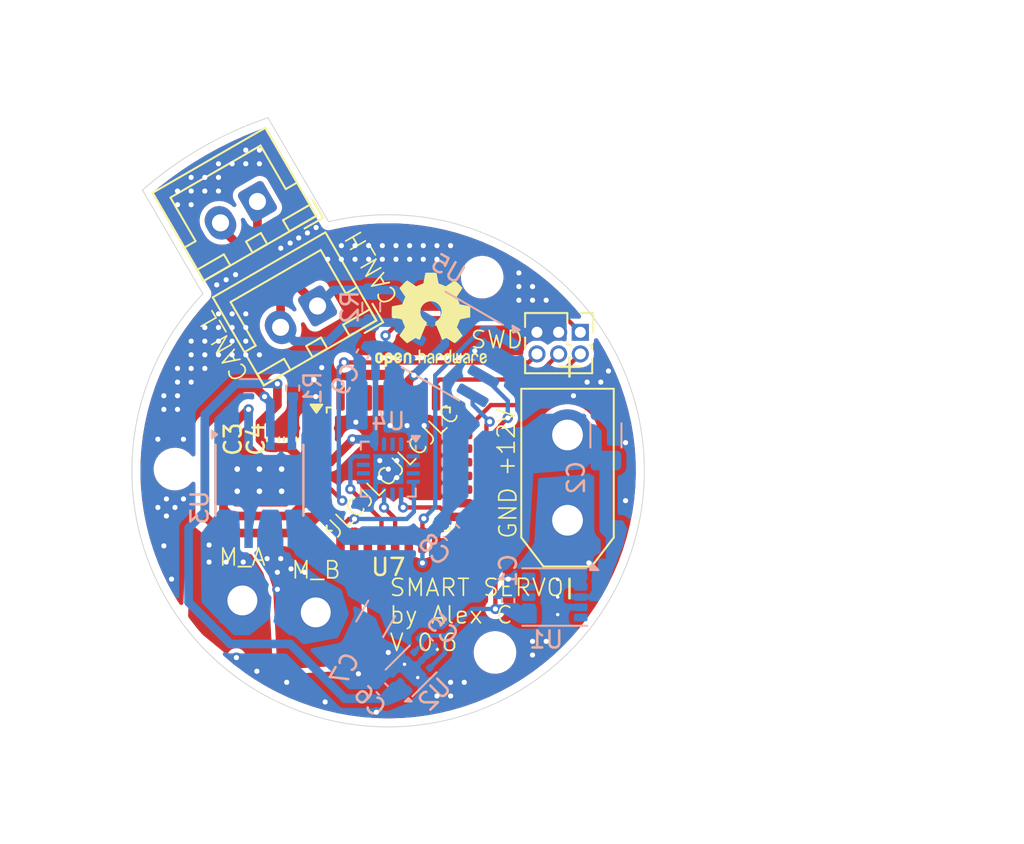
<source format=kicad_pcb>
(kicad_pcb (version 20240108) (generator "pcbnew") (generator_version "8.0")
  (layers (0 "F.Cu" signal "Front") (1 "In1.Cu" signal) (2 "In2.Cu" signal) (31 "B.Cu" signal "Back") (34 "B.Paste" user) (35 "F.Paste" user) (36 "B.SilkS" user "B.Silkscreen") (37 "F.SilkS" user "F.Silkscreen") (38 "B.Mask" user) (39 "F.Mask" user) (44 "Edge.Cuts" user))
  (net 0 "")
  (net 1 "GND")
  (net 2 "+3V3")
  (net 3 "+12V")
  (net 4 "RP_RX")
  (net 5 "RP_TX")
  (net 6 "Net-(J7-Pin_1)")
  (net 7 "Net-(J2-Pin_1)")
  (net 8 "Net-(U3-ILIM)")
  (net 9 "MOSI")
  (net 10 "+5V")
  (net 11 "CAN_H")
  (net 12 "CAN_L")
  (net 13 "CAN_SILENT")
  (net 20 "NRST")
  (net 21 "SWCLK")
  (net 22 "SWDIO")
  (net 24 "DRV_IN2")
  (net 28 "MISO")
  (net 29 "MAG_CS")
  (net 33 "SCK")
  (net 39 "DRV_IN1")
  (footprint "Capacitor_SMD:C_0402_1005Metric" (layer "F.Cu") (at 86.75 71 90)
    (property "Reference" "C3")
    (property "Value" "100nF")
  )
  (footprint "Package_QFP:LQFP-32_7x7mm_P0.8mm" (layer "F.Cu") (at 93.5 72.75)
    (property "Reference" "U7")
    (property "Value" "STM32G0B1KBTx")
  )
  (footprint "Connector_Wire:SolderWire-1sqmm_1x01_D1.4mm_OD2.7mm" (layer "F.Cu") (at 89.25 81.15)
    (property "Reference" "J2" (hide yes))
    (property "Value" "MOT_A")
  )
  (footprint "MountingHole:MountingHole_2.2mm_M2" (layer "F.Cu") (at 99.75 83.5)
    (property "Reference" "REF**" (hide yes))
    (property "Value" "MountingHole_2.2mm_M2")
  )
  (footprint "Capacitor_SMD:C_0402_1005Metric" (layer "F.Cu") (at 87.75 71 90)
    (property "Reference" "C4")
    (property "Value" "4.7uF")
  )
  (footprint "Symbol:OSHW-Logo2_7.3x6mm_SilkScreen" (layer "F.Cu") (at 96 64)
    (property "Reference" "REF**" (hide yes))
    (property "Value" "OSHW-Logo2_7.3x6mm_SilkScreen" (hide yes))
  )
  (footprint "Connector_JST:JST_XH_B2B-XH-A_1x02_P2.50mm_Vertical" (layer "F.Cu") (at 85.832923 57.063277 -150)
    (property "Reference" "J6" (hide yes))
    (property "Value" "Control_In")
  )
  (footprint "MountingHole:MountingHole_2.2mm_M2" (layer "F.Cu") (at 81 72.75)
    (property "Reference" "REF**" (hide yes))
    (property "Value" "MountingHole_2.2mm_M2")
  )
  (footprint "Connector_Wire:SolderWire-1sqmm_1x01_D1.4mm_OD2.7mm" (layer "F.Cu") (at 84.95 80.45)
    (property "Reference" "J7" (hide yes))
    (property "Value" "MOT_B")
  )
  (footprint "Connector_JST:JST_XH_B2B-XH-A_1x02_P2.50mm_Vertical" (layer "F.Cu") (at 89.354915 63.188669 -150)
    (property "Reference" "J1" (hide yes))
    (property "Value" "Control_In")
  )
  (footprint "Connector_AMASS:AMASS_XT30UPB-M_1x02_P5.0mm_Vertical" (layer "F.Cu") (at 104 75.75 90)
    (property "Reference" "J4" (hide yes))
    (property "Value" "Power_In")
  )
  (footprint "MountingHole:MountingHole_2.2mm_M2" (layer "F.Cu") (at 99 61.5)
    (property "Reference" "REF**" (hide yes))
    (property "Value" "MountingHole_2.2mm_M2")
  )
  (footprint "Connector_PinHeader_1.27mm:PinHeader_2x03_P1.27mm_Vertical" (layer "F.Cu") (at 104.75 64.729999 -90)
    (property "Reference" "J3" (hide yes))
    (property "Value" "Prog_IN")
  )
  (footprint "Capacitor_SMD:C_1206_3216Metric" (layer "B.Cu") (at 92.7625 81.527388 60)
    (property "Reference" "C7")
    (property "Value" "10uF")
  )
  (footprint "Capacitor_SMD:C_1206_3216Metric" (layer "B.Cu") (at 106.25 70.775 -90)
    (property "Reference" "C2")
    (property "Value" "10uF")
  )
  (footprint "Capacitor_SMD:C_0402_1005Metric" (layer "B.Cu") (at 93.136587 85.646258 135)
    (property "Reference" "C6")
    (property "Value" "2.2uF")
  )
  (footprint "Package_SO:Texas_HTSOP-8-1EP_3.9x4.9mm_P1.27mm_EP2.95x4.9mm_Mask2.4x3.1mm_ThermalVias" (layer "B.Cu") (at 85.949999 73.400001 -90)
    (property "Reference" "U3")
    (property "Value" "DRV8871DDA")
  )
  (footprint "Package_SON:WSON-6-1EP_2x2mm_P0.65mm_EP1x1.6mm_ThermalVias" (layer "B.Cu") (at 94.837177 84.582062 45)
    (property "Reference" "U2")
    (property "Value" "TLV76733DRVx")
  )
  (footprint "Capacitor_SMD:C_0402_1005Metric" (layer "B.Cu") (at 92 66 60)
    (property "Reference" "C9")
    (property "Value" "100nF")
  )
  (footprint "Capacitor_SMD:C_0402_1005Metric" (layer "B.Cu") (at 100.525 80.45 -90)
    (property "Reference" "C1")
    (property "Value" "100nF")
  )
  (footprint "Package_SO:SOIC-8_3.9x4.9mm_P1.27mm" (layer "B.Cu") (at 97.25 65.537426 150)
    (property "Reference" "U5")
    (property "Value" "TJA1051T-3")
  )
  (footprint "Package_DFN_QFN:QFN-16-1EP_3x3mm_P0.5mm_EP1.75x1.75mm" (layer "B.Cu") (at 93.5 72.75 180)
    (property "Reference" "U4")
    (property "Value" "MA730")
  )
  (footprint "Resistor_SMD:R_0402_1005Metric" (layer "B.Cu") (at 87.899998 68.000002 90)
    (property "Reference" "R1")
    (property "Value" "15k")
  )
  (footprint "Capacitor_SMD:C_0603_1608Metric" (layer "B.Cu") (at 97.201992 76.451992 -45)
    (property "Reference" "C8")
    (property "Value" "100nF")
  )
  (footprint "Resistor_SMD:R_0603_1608Metric_Pad0.98x0.95mm_HandSolder" (layer "B.Cu") (at 92.5 63.25 -90)
    (property "Reference" "R2")
    (property "Value" "120")
  )
  (footprint "Package_LGA:Texas_SIL0010A_MicroSiP-10-1EP_3.8x3mm_P0.6mm_EP0.7x2.9mm_ThermalVias" (layer "B.Cu") (at 103.25 80.25 180)
    (property "Reference" "U1")
    (property "Value" "LMZM23601V5")
  )
  (footprint "Capacitor_SMD:C_0402_1005Metric" (layer "B.Cu") (at 95.788237 82.994609 -45)
    (property "Reference" "C5")
    (property "Value" "1uF")
  )
  (gr_line (start 82.637074 62.478825) (end 79.1 56.4) (stroke (width 0.05)) (layer "Edge.Cuts"))
  (gr_arc (start 79.094221 56.393393) (mid 82.564125 53.91116) (end 86.45 52.150001) (stroke (width 0.05)) (layer "Edge.Cuts"))
  (gr_line (start 90 58.25) (end 86.45 52.15) (stroke (width 0.05)) (layer "Edge.Cuts"))
  (gr_arc (start 90 58.25) (mid 100.96659 85.868552) (end 82.637074 62.478825) (stroke (width 0.05)) (layer "Edge.Cuts"))
  (gr_text "JLCJLCJLCJLC" (at 90.48 76.96 45) (layer "F.SilkS") (effects (font (size 1 1) (thickness 0.1)) (justify left bottom)))
  (gr_text "M_A" (at 83.5 78.5 0) (layer "F.SilkS") (effects (font (size 1 1) (thickness 0.1)) (justify left bottom)))
  (gr_text "SMART SERVO\nby Alex C\nV 0.6" (at 93.5 83.5 0) (layer "F.SilkS") (effects (font (size 1 1) (thickness 0.1)) (justify left bottom)))
  (gr_text "GND" (at 101.098426 76.912485 90) (layer "F.SilkS") (effects (font (size 1 1) (thickness 0.1)) (justify left bottom)))
  (gr_text "CAN_H" (at 94.25 62.75 120) (layer "F.SilkS") (effects (font (size 1 1) (thickness 0.1)) (justify left bottom)))
  (gr_text "CAN_L" (at 85.5 67.25 120) (layer "F.SilkS") (effects (font (size 1 1) (thickness 0.1)) (justify left bottom)))
  (gr_text "M_B" (at 87.75 79.25 0) (layer "F.SilkS") (effects (font (size 1 1) (thickness 0.1)) (justify left bottom)))
  (gr_text "SWD" (at 98.25 65.75 0) (layer "F.SilkS") (effects (font (size 1 1) (thickness 0.1)) (justify left bottom)))
  (gr_text "+12V" (at 101 73.25 90) (layer "F.SilkS") (effects (font (size 1 1) (thickness 0.1)) (justify left bottom)))
  (segment (start 89 68.5) (end 87.75 69.75) (width 0.508) (layer "F.Cu") (net 1))
  (segment (start 87.75 69.75) (end 87.75 70.52) (width 0.508) (layer "F.Cu") (net 1))
  (segment (start 87.75 70.52) (end 86.75 70.52) (width 0.508) (layer "F.Cu") (net 1))
  (segment (start 89.325 73.15) (end 92.1 73.15) (width 0.508) (layer "F.Cu") (net 1))
  (segment (start 92.1 73.15) (end 93 72.25) (width 0.508) (layer "F.Cu") (net 1))
  (segment (start 89.325 73.15) (end 87.65 73.15) (width 0.508) (layer "F.Cu") (net 1))
  (segment (start 89.25 68.5) (end 89 68.5) (width 0.508) (layer "F.Cu") (net 1))
  (segment (start 87.65 73.15) (end 87.25 72.75) (width 0.508) (layer "F.Cu") (net 1))
  (via (at 84.35 65.25) (size 0.6) (drill 0.3) (layers "F.Cu" "B.Cu") (net 1))
  (via (at 95.55 60.45) (size 0.6) (drill 0.3) (layers "F.Cu" "B.Cu") (net 1))
  (via (at 93.15 59.65) (size 0.6) (drill 0.3) (layers "F.Cu" "B.Cu") (net 1))
  (via (at 81.95 67.65) (size 0.6) (drill 0.3) (layers "F.Cu" "B.Cu") (net 1))
  (via (at 81 75) (size 0.6) (drill 0.3) (layers "F.Cu" "B.Cu") (net 1))
  (via (at 93.5 72.75) (size 0.6) (drill 0.3) (layers "F.Cu" "B.Cu") (net 1))
  (via (at 88.762228 58.905631) (size 0.6) (drill 0.3) (layers "F.Cu" "B.Cu") (net 1))
  (via (at 81.5 71) (size 0.6) (drill 0.3) (layers "F.Cu" "B.Cu") (net 1))
  (via (at 80.5 74.5) (size 0.6) (drill 0.3) (layers "F.Cu" "B.Cu") (net 1))
  (via (at 95.6 70.2) (size 0.6) (drill 0.3) (layers "F.Cu" "B.Cu") (net 1))
  (via (at 96.35 86.05) (size 0.6) (drill 0.3) (layers "F.Cu" "B.Cu") (net 1))
  (via (at 83.55 55.65) (size 0.6) (drill 0.3) (layers "F.Cu" "B.Cu") (net 1))
  (via (at 82.75 65.25) (size 0.6) (drill 0.3) (layers "F.Cu" "B.Cu") (net 1))
  (via (at 91.75 84.75) (size 0.6) (drill 0.3) (layers "F.Cu" "B.Cu") (net 1))
  (via (at 89.8 86.4) (size 0.6) (drill 0.3) (layers "F.Cu" "B.Cu") (net 1))
  (via (at 81.95 57.25) (size 0.6) (drill 0.3) (layers "F.Cu" "B.Cu") (net 1))
  (via (at 89.95 60.45) (size 0.6) (drill 0.3) (layers "F.Cu" "B.Cu") (net 1))
  (via (at 101.95 83.65) (size 0.6) (drill 0.3) (layers "F.Cu" "B.Cu") (net 1))
  (via (at 85.8 84.6) (size 0.6) (drill 0.3) (layers "F.Cu" "B.Cu") (net 1))
  (via (at 89.25 68.5) (size 0.6) (drill 0.3) (layers "F.Cu" "B.Cu") (net 1))
  (via (at 90.75 60.45) (size 0.6) (drill 0.3) (layers "F.Cu" "B.Cu") (net 1))
  (via (at 97.15 59.65) (size 0.6) (drill 0.3) (layers "F.Cu" "B.Cu") (net 1))
  (via (at 92.8 87) (size 0.6) (drill 0.3) (layers "F.Cu" "B.Cu") (net 1))
  (via (at 106.4 67) (size 0.6) (drill 0.3) (layers "F.Cu" "B.Cu") (net 1))
  (via (at 80 75) (size 0.6) (drill 0.3) (layers "F.Cu" "B.Cu") (net 1))
  (via (at 83.55 56.45) (size 0.6) (drill 0.3) (layers "F.Cu" "B.Cu") (net 1))
  (via (at 81.15 67.65) (size 0.6) (drill 0.3) (layers "F.Cu" "B.Cu") (net 1))
  (via (at 93 72.25) (size 0.6) (drill 0.3) (layers "F.Cu" "B.Cu") (net 1))
  (via (at 98.568356 65.818356) (size 0.6) (drill 0.3) (layers "F.Cu" "B.Cu") (net 1))
  (via (at 101.15 61.25) (size 0.6) (drill 0.3) (layers "F.Cu" "B.Cu") (net 1))
  (via (at 81.15 68.45) (size 0.6) (drill 0.3) (layers "F.Cu" "B.Cu") (net 1))
  (via (at 93 73.25) (size 0.6) (drill 0.3) (layers "F.Cu" "B.Cu") (net 1))
  (via (at 101.15 62.05) (size 0.6) (drill 0.3) (layers "F.Cu" "B.Cu") (net 1))
  (via (at 81.95 55.65) (size 0.6) (drill 0.3) (layers "F.Cu" "B.Cu") (net 1))
  (via (at 93.5 83.5) (size 0.6) (drill 0.3) (layers "F.Cu" "B.Cu") (net 1))
  (via (at 81.95 56.45) (size 0.6) (drill 0.3) (layers "F.Cu" "B.Cu") (net 1))
  (via (at 93.6 70.2) (size 0.6) (drill 0.3) (layers "F.Cu" "B.Cu") (net 1))
  (via (at 81.15 66.85) (size 0.6) (drill 0.3) (layers "F.Cu" "B.Cu") (net 1))
  (via (at 87.55 85.25) (size 0.6) (drill 0.3) (layers "F.Cu" "B.Cu") (net 1))
  (via (at 82.75 66.05) (size 0.6) (drill 0.3) (layers "F.Cu" "B.Cu") (net 1))
  (via (at 94.75 59.65) (size 0.6) (drill 0.3) (layers "F.Cu" "B.Cu") (net 1))
  (via (at 89.270617 58.587185) (size 0.6) (drill 0.3) (layers "F.Cu" "B.Cu") (net 1))
  (via (at 89.149998 67.500002) (size 0.6) (drill 0.3) (layers "F.Cu" "B.Cu") (net 1))
  (via (at 83.55 54.85) (size 0.6) (drill 0.3) (layers "F.Cu" "B.Cu") (net 1))
  (via (at 80.8 79.2) (size 0.6) (drill 0.3) (layers "F.Cu" "B.Cu") (net 1))
  (via (at 105.25 78.25) (size 0.6) (drill 0.3) (layers "F.Cu" "B.Cu") (net 1))
  (via (at 82.75 66.85) (size 0.6) (drill 0.3) (layers "F.Cu" "B.Cu") (net 1))
  (via (at 85.15 63.65) (size 0.6) (drill 0.3) (layers "F.Cu" "B.Cu") (net 1))
  (via (at 81.5 74.5) (size 0.6) (drill 0.3) (layers "F.Cu" "B.Cu") (net 1))
  (via (at 84.6 83.8) (size 0.6) (drill 0.3) (layers "F.Cu" "B.Cu") (net 1))
  (via (at 101.15 62.85) (size 0.6) (drill 0.3) (layers "F.Cu" "B.Cu") (net 1))
  (via (at 82.75 55.65) (size 0.6) (drill 0.3) (layers "F.Cu" "B.Cu") (net 1))
  (via (at 107.4 71.2) (size 0.6) (drill 0.3) (layers "F.Cu" "B.Cu") (net 1))
  (via (at 84.35 63.65) (size 0.6) (drill 0.3) (layers "F.Cu" "B.Cu") (net 1))
  (via (at 102.75 62.85) (size 0.6) (drill 0.3) (layers "F.Cu" "B.Cu") (net 1))
  (via (at 93.95 59.65) (size 0.6) (drill 0.3) (layers "F.Cu" "B.Cu") (net 1))
  (via (at 101.95 82.85) (size 0.6) (drill 0.3) (layers "F.Cu" "B.Cu") (net 1))
  (via (at 80.35 77.25) (size 0.6) (drill 0.3) (layers "F.Cu" "B.Cu") (net 1))
  (via (at 92.35 60.45) (size 0.6) (drill 0.3) (layers "F.Cu" "B.Cu") (net 1))
  (via (at 83.55 65.25) (size 0.6) (drill 0.3) (layers "F.Cu" "B.Cu") (net 1))
  (via (at 95.5 78.25) (size 0.6) (drill 0.3) (layers "F.Cu" "B.Cu") (net 1))
  (via (at 97.15 86.05) (size 0.6) (drill 0.3) (layers "F.Cu" "B.Cu") (net 1))
  (via (at 80 71) (size 0.6) (drill 0.3) (layers "F.Cu" "B.Cu") (net 1))
  (via (at 84 61.65) (size 0.6) (drill 0.3) (layers "F.Cu" "B.Cu") (net 1))
  (via (at 85.15 65.25) (size 0.6) (drill 0.3) (layers "F.Cu" "B.Cu") (net 1))
  (via (at 88.25 59.2) (size 0.6) (drill 0.3) (layers "F.Cu" "B.Cu") (net 1))
  (via (at 101.95 62.05) (size 0.6) (drill 0.3) (layers "F.Cu" "B.Cu") (net 1))
  (via (at 94.75 60.45) (size 0.6) (drill 0.3) (layers "F.Cu" "B.Cu") (net 1))
  (via (at 81.95 65.25) (size 0.6) (drill 0.3) (layers "F.Cu" "B.Cu") (net 1))
  (via (at 83.45 61.95) (size 0.6) (drill 0.3) (layers "F.Cu" "B.Cu") (net 1))
  (via (at 80.35 69.25) (size 0.6) (drill 0.3) (layers "F.Cu" "B.Cu") (net 1))
  (via (at 85.15 54.85) (size 0.6) (drill 0.3) (layers "F.Cu" "B.Cu") (net 1))
  (via (at 85.95 54.85) (size 0.6) (drill 0.3) (layers "F.Cu" "B.Cu") (net 1))
  (via (at 92.35 59.65) (size 0.6) (drill 0.3) (layers "F.Cu" "B.Cu") (net 1))
  (via (at 107.4 74.6) (size 0.6) (drill 0.3) (layers "F.Cu" "B.Cu") (net 1))
  (via (at 80.5 75.5) (size 0.6) (drill 0.3) (layers "F.Cu" "B.Cu") (net 1))
  (via (at 91.6 70) (size 0.6) (drill 0.3) (layers "F.Cu" "B.Cu") (net 1))
  (via (at 83.55 63.65) (size 0.6) (drill 0.3) (layers "F.Cu" "B.Cu") (net 1))
  (via (at 84.35 64.45) (size 0.6) (drill 0.3) (layers "F.Cu" "B.Cu") (net 1))
  (via (at 96.35 59.65) (size 0.6) (drill 0.3) (layers "F.Cu" "B.Cu") (net 1))
  (via (at 83.55 64.45) (size 0.6) (drill 0.3) (layers "F.Cu" "B.Cu") (net 1))
  (via (at 85.95 54.05) (size 0.6) (drill 0.3) (layers "F.Cu" "B.Cu") (net 1))
  (via (at 91.55 60.45) (size 0.6) (drill 0.3) (layers "F.Cu" "B.Cu") (net 1))
  (via (at 93.95 60.45) (size 0.6) (drill 0.3) (layers "F.Cu" "B.Cu") (net 1))
  (via (at 96.35 60.45) (size 0.6) (drill 0.3) (layers "F.Cu" "B.Cu") (net 1))
  (via (at 80.35 68.45) (size 0.6) (drill 0.3) (layers "F.Cu" "B.Cu") (net 1))
  (via (at 84.35 54.85) (size 0.6) (drill 0.3) (layers "F.Cu" "B.Cu") (net 1))
  (via (at 105.95 67.65) (size 0.6) (drill 0.3) (layers "F.Cu" "B.Cu") (net 1))
  (via (at 85.95 66.05) (size 0.6) (drill 0.3) (layers "F.Cu" "B.Cu") (net 1))
  (via (at 94 72.25) (size 0.6) (drill 0.3) (layers "F.Cu" "B.Cu") (net 1))
  (via (at 81.15 56.45) (size 0.6) (drill 0.3) (layers "F.Cu" "B.Cu") (net 1))
  (via (at 97.95 85.25) (size 0.6) (drill 0.3) (layers "F.Cu" "B.Cu") (net 1))
  (via (at 87.2 59.8) (size 0.6) (drill 0.3) (layers "F.Cu" "B.Cu") (net 1))
  (via (at 93.15 60.45) (size 0.6) (drill 0.3) (layers "F.Cu" "B.Cu") (net 1))
  (via (at 85.15 54.05) (size 0.6) (drill 0.3) (layers "F.Cu" "B.Cu") (net 1))
  (via (at 81.95 66.85) (size 0.6) (drill 0.3) (layers "F.Cu" "B.Cu") (net 1))
  (via (at 81.15 69.25) (size 0.6) (drill 0.3) (layers "F.Cu" "B.Cu") (net 1))
  (via (at 95.55 59.65) (size 0.6) (drill 0.3) (layers "F.Cu" "B.Cu") (net 1))
  (via (at 94.6 70.2) (size 0.6) (drill 0.3) (layers "F.Cu" "B.Cu") (net 1))
  (via (at 84.55 61.35) (size 0.6) (drill 0.3) (layers "F.Cu" "B.Cu") (net 1))
  (via (at 81.95 66.05) (size 0.6) (drill 0.3) (layers "F.Cu" "B.Cu") (net 1))
  (via (at 81.15 57.25) (size 0.6) (drill 0.3) (layers "F.Cu" "B.Cu") (net 1))
  (via (at 85.15 66.05) (size 0.6) (drill 0.3) (layers "F.Cu" "B.Cu") (net 1))
  (via (at 104.35 68.45) (size 0.6) (drill 0.3) (layers "F.Cu" "B.Cu") (net 1))
  (via (at 82.75 56.45) (size 0.6) (drill 0.3) (layers "F.Cu" "B.Cu") (net 1))
  (via (at 91.55 59.65) (size 0.6) (drill 0.3) (layers "F.Cu" "B.Cu") (net 1))
  (via (at 101.95 62.85) (size 0.6) (drill 0.3) (layers "F.Cu" "B.Cu") (net 1))
  (via (at 87.75 59.5) (size 0.6) (drill 0.3) (layers "F.Cu" "B.Cu") (net 1))
  (via (at 83.55 66.05) (size 0.6) (drill 0.3) (layers "F.Cu" "B.Cu") (net 1))
  (via (at 94 73.25) (size 0.6) (drill 0.3) (layers "F.Cu" "B.Cu") (net 1))
  (via (at 100.525 79.2) (size 0.6) (drill 0.3) (layers "F.Cu" "B.Cu") (net 1))
  (via (at 89.6 66.8) (size 0.6) (drill 0.3) (layers "F.Cu" "B.Cu") (net 1))
  (via (at 105.15 67.65) (size 0.6) (drill 0.3) (layers "F.Cu" "B.Cu") (net 1))
  (via (at 102.75 82.85) (size 0.6) (drill 0.3) (layers "F.Cu" "B.Cu") (net 1))
  (via (at 82.75 64.45) (size 0.6) (drill 0.3) (layers "F.Cu" "B.Cu") (net 1))
  (via (at 85.15 64.45) (size 0.6) (drill 0.3) (layers "F.Cu" "B.Cu") (net 1))
  (via (at 90.75 59.65) (size 0.6) (drill 0.3) (layers "F.Cu" "B.Cu") (net 1))
  (via (at 97.15 85.25) (size 0.6) (drill 0.3) (layers "F.Cu" "B.Cu") (net 1))
  (via (at 84.35 66.05) (size 0.6) (drill 0.3) (layers "F.Cu" "B.Cu") (net 1))
  (segment (start 87.9 67.490003) (end 89.139999 67.490003) (width 0.508) (layer "B.Cu") (net 1))
  (segment (start 96.137327 76.362671) (end 95.5 76.999998) (width 0.5) (layer "B.Cu") (net 1))
  (segment (start 103.425001 81.28) (end 103.854999 80.850002) (width 0.5) (layer "B.Cu") (net 1))
  (segment (start 89.240001 67.990001) (end 89.25 68) (width 0.508) (layer "B.Cu") (net 1))
  (segment (start 95.5 76.999998) (end 95.250002 76.75) (width 0.254) (layer "B.Cu") (net 1))
  (segment (start 96.653984 75.903984) (end 96.201992 76.355976) (width 0.762) (layer "B.Cu") (net 1))
  (segment (start 105.25 77.1) (end 105.25 76.75) (width 0.254) (layer "B.Cu") (net 1))
  (segment (start 92.752 73.498) (end 93 73.25) (width 0.254) (layer "B.Cu") (net 1))
  (segment (start 85.314999 76.275001) (end 85.314999 74.685001) (width 0.254) (layer "B.Cu") (net 1))
  (segment (start 92.752 74.2105) (end 92.752 73.498) (width 0.254) (layer "B.Cu") (net 1))
  (segment (start 105.250001 77.100001) (end 105.25 77.1) (width 0.254) (layer "B.Cu") (net 1))
  (segment (start 103.854999 80.850002) (end 104.775 80.850002) (width 0.4) (layer "B.Cu") (net 1))
  (segment (start 103.595 79.05) (end 103.425001 79.219999) (width 0.2) (layer "B.Cu") (net 1))
  (segment (start 96.653984 75.903984) (end 96.999998 75.55797) (width 0.254) (layer "B.Cu") (net 1))
  (segment (start 95.5 76.999998) (end 95.5 78.25) (width 0.254) (layer "B.Cu") (net 1))
  (segment (start 104.775 79.05) (end 104.775 78.725) (width 0.2) (layer "B.Cu") (net 1))
  (segment (start 85.314999 74.685001) (end 85.949999 74.050001) (width 0.254) (layer "B.Cu") (net 1))
  (segment (start 92.75 74.2125) (end 92.752 74.2105) (width 0.254) (layer "B.Cu") (net 1))
  (segment (start 105.25 76.75) (end 105 76.5) (width 0.254) (layer "B.Cu") (net 1))
  (segment (start 95.250002 76.75) (end 94.5 76.75) (width 0.254) (layer "B.Cu") (net 1))
  (segment (start 98.975 66.225) (end 98.568356 65.818356) (width 0.508) (layer "B.Cu") (net 1))
  (segment (start 99.710913 66.225) (end 98.975 66.225) (width 0.508) (layer "B.Cu") (net 1))
  (segment (start 100.525 79.97) (end 100.525 79.2) (width 0.508) (layer "B.Cu") (net 1))
  (segment (start 96.201992 76.355976) (end 96.201992 76.451992) (width 0.762) (layer "B.Cu") (net 1))
  (segment (start 104.775 78.725) (end 105.25 78.25) (width 0.2) (layer "B.Cu") (net 1))
  (segment (start 86.440001 71.48) (end 85.986 71.025999) (width 0.508) (layer "F.Cu") (net 2))
  (segment (start 103.922997 63.902996) (end 94.351506 63.902996) (width 0.254) (layer "F.Cu") (net 2))
  (segment (start 87.75 71.48) (end 87.75 71.547294) (width 0.508) (layer "F.Cu") (net 2))
  (segment (start 104.75 64.729999) (end 103.922997 63.902996) (width 0.254) (layer "F.Cu") (net 2))
  (segment (start 86.75 71.48) (end 86.440001 71.48) (width 0.508) (layer "F.Cu") (net 2))
  (segment (start 87.004 67.754) (end 87 67.75) (width 0.508) (layer "F.Cu") (net 2))
  (segment (start 91.4 71.047294) (end 90.097294 72.35) (width 0.508) (layer "F.Cu") (net 2))
  (segment (start 87.004 68.996) (end 87.004 67.754) (width 0.508) (layer "F.Cu") (net 2))
  (segment (start 85.986 70.014) (end 87.004 68.996) (width 0.508) (layer "F.Cu") (net 2))
  (segment (start 90.097294 72.35) (end 89.325 72.35) (width 0.508) (layer "F.Cu") (net 2))
  (segment (start 87.75 71.547294) (end 88.552706 72.35) (width 0.508) (layer "F.Cu") (net 2))
  (segment (start 85.986 71.025999) (end 85.986 70.014) (width 0.508) (layer "F.Cu") (net 2))
  (segment (start 86.75 71.48) (end 87.75 71.48) (width 0.508) (layer "F.Cu") (net 2))
  (segment (start 94.351506 63.902996) (end 93.338002 64.9165) (width 0.254) (layer "F.Cu") (net 2))
  (segment (start 91.4 71) (end 91.4 71.047294) (width 0.508) (layer "F.Cu") (net 2))
  (segment (start 88.552706 72.35) (end 89.325 72.35) (width 0.508) (layer "F.Cu") (net 2))
  (via (at 87 67.75) (size 0.6) (drill 0.3) (layers "F.Cu" "B.Cu") (net 2))
  (via (at 91.4 71) (size 0.6) (drill 0.3) (layers "F.Cu" "B.Cu") (net 2))
  (via (at 93.338002 64.9165) (size 0.6) (drill 0.3) (layers "F.Cu" "B.Cu") (net 2))
  (segment (start 92.671 70.879) (end 92.671 70.8) (width 0.508) (layer "B.Cu") (net 2))
  (segment (start 86.996 67.746) (end 84.566 67.746) (width 0.508) (layer "B.Cu") (net 2))
  (segment (start 84.566 67.746) (end 82.75 69.562) (width 0.508) (layer "B.Cu") (net 2))
  (segment (start 92.48799 65.336318) (end 92.805971 65.336318) (width 0.254) (layer "B.Cu") (net 2))
  (segment (start 81.8 76.2) (end 81.8 80.552534) (width 0.508) (layer "B.Cu") (net 2))
  (segment (start 92.24 65.584308) (end 92.75 66.094308) (width 0.5) (layer "B.Cu") (net 2))
  (segment (start 84.247466 83) (end 87.75 83) (width 0.508) (layer "B.Cu") (net 2))
  (segment (start 81.8 80.552534) (end 84.247466 83) (width 0.508) (layer "B.Cu") (net 2))
  (segment (start 92.24 65.584308) (end 92.48799 65.336318) (width 0.254) (layer "B.Cu") (net 2))
  (segment (start 92.55 71) (end 92.55 71.0875) (width 0.508) (layer "B.Cu") (net 2))
  (segment (start 92.75 66.094308) (end 92.75 67.353791) (width 0.5) (layer "B.Cu") (net 2))
  (segment (start 87 67.75) (end 86.996 67.746) (width 0.508) (layer "B.Cu") (net 2))
  (segment (start 93.256795 86.204872) (end 93.475998 85.985669) (width 0.508) (layer "B.Cu") (net 2))
  (segment (start 91.4 71) (end 92.55 71) (width 0.508) (layer "B.Cu") (net 2))
  (segment (start 87.75 83) (end 90.954872 86.204872) (width 0.508) (layer "B.Cu") (net 2))
  (segment (start 92.55 71) (end 92.671 70.879) (width 0.508) (layer "B.Cu") (net 2))
  (segment (start 92.75 67.353791) (end 92.75 71.2875) (width 0.325) (layer "B.Cu") (net 2))
  (segment (start 90.954872 86.204872) (end 93.256795 86.204872) (width 0.508) (layer "B.Cu") (net 2))
  (segment (start 92.55 71.0875) (end 92.671 71.2085) (width 0.508) (layer "B.Cu") (net 2))
  (segment (start 93.338002 64.9165) (end 93.338002 65.327656) (width 0.254) (layer "B.Cu") (net 2))
  (segment (start 92.671 71.2085) (end 92.671 71.2875) (width 0.508) (layer "B.Cu") (net 2))
  (segment (start 82.75 75.25) (end 81.8 76.2) (width 0.508) (layer "B.Cu") (net 2))
  (segment (start 82.75 69.562) (end 82.75 75.25) (width 0.508) (layer "B.Cu") (net 2))
  (segment (start 93.338002 65.327656) (end 93.25 65.415658) (width 0.254) (layer "B.Cu") (net 2))
  (arc (start 92.805971 65.336318) (mid 93.53535 65.521504) (end 94.154087 65.949704) (width 0.254) (layer "B.Cu") (net 2))
  (segment (start 106.25 72.5) (end 106.25 76.25) (width 0.762) (layer "B.Cu") (net 3))
  (segment (start 103.848427 71.562486) (end 105.312486 71.562486) (width 0.762) (layer "B.Cu") (net 3))
  (segment (start 106.25 76.25) (end 106.5 76.5) (width 0.762) (layer "B.Cu") (net 3))
  (segment (start 105.312486 71.562486) (end 106.25 72.5) (width 0.762) (layer "B.Cu") (net 3))
  (segment (start 95.58 75.65) (end 95.5 75.73) (width 0.254) (layer "F.Cu") (net 4))
  (segment (start 95.5 75.73) (end 95.5 76.925) (width 0.254) (layer "F.Cu") (net 4))
  (via (at 95.58 75.65) (size 0.6) (drill 0.3) (layers "F.Cu" "B.Cu") (net 4))
  (segment (start 99.720765 64.5) (end 100.345913 65.125148) (width 0.254) (layer "B.Cu") (net 4))
  (segment (start 99 64.5) (end 99.720765 64.5) (width 0.254) (layer "B.Cu") (net 4))
  (segment (start 96.25 74.965657) (end 96.25 67.25) (width 0.254) (layer "B.Cu") (net 4))
  (segment (start 95.58 75.635657) (end 96.25 74.965657) (width 0.254) (layer "B.Cu") (net 4))
  (segment (start 95.58 75.65) (end 95.58 75.635657) (width 0.254) (layer "B.Cu") (net 4))
  (segment (start 96.25 67.25) (end 99 64.5) (width 0.254) (layer "B.Cu") (net 4))
  (segment (start 99.439193 69.969597) (end 99.25 70.15879) (width 0.254) (layer "F.Cu") (net 5))
  (segment (start 97.692688 76.925) (end 96.3 76.925) (width 0.254) (layer "F.Cu") (net 5))
  (segment (start 99.25 70.15879) (end 99.25 75.367688) (width 0.254) (layer "F.Cu") (net 5))
  (segment (start 99.25 75.367688) (end 97.692688 76.925) (width 0.254) (layer "F.Cu") (net 5))
  (via (at 99.439193 69.969597) (size 0.6) (drill 0.3) (layers "F.Cu" "B.Cu") (net 5))
  (segment (start 98.44091 68.971314) (end 98.44091 68.424705) (width 0.254) (layer "B.Cu") (net 5))
  (segment (start 99.439193 69.969597) (end 98.44091 68.971314) (width 0.254) (layer "B.Cu") (net 5))
  (via (at 83 78.2) (size 0.6) (drill 0.3) (layers "F.Cu" "B.Cu") (net 6))
  (via (at 85 78.2) (size 0.6) (drill 0.3) (layers "F.Cu" "B.Cu") (net 6))
  (via (at 84 78.2) (size 0.6) (drill 0.3) (layers "F.Cu" "B.Cu") (net 6))
  (via (at 83 77.2) (size 0.6) (drill 0.3) (layers "F.Cu" "B.Cu") (net 6))
  (via (at 86.4 78) (size 0.6) (drill 0.3) (layers "F.Cu" "B.Cu") (net 7))
  (via (at 88.6 78.8) (size 0.6) (drill 0.3) (layers "F.Cu" "B.Cu") (net 7))
  (via (at 87.8 78.6) (size 0.6) (drill 0.3) (layers "F.Cu" "B.Cu") (net 7))
  (via (at 87 78.8) (size 0.6) (drill 0.3) (layers "F.Cu" "B.Cu") (net 7))
  (via (at 87.2 78) (size 0.6) (drill 0.3) (layers "F.Cu" "B.Cu") (net 7))
  (via (at 87 79.8) (size 0.6) (drill 0.3) (layers "F.Cu" "B.Cu") (net 7))
  (segment (start 89.2 80.5) (end 89.2 81.15) (width 1.25) (layer "B.Cu") (net 7))
  (segment (start 87.899996 68.510001) (end 87.899996 70.480005) (width 0.508) (layer "B.Cu") (net 8))
  (segment (start 87.899996 70.480005) (end 87.854999 70.525002) (width 0.508) (layer "B.Cu") (net 8))
  (segment (start 90.7 76.175001) (end 91.200001 75.675) (width 0.254) (layer "F.Cu") (net 9))
  (segment (start 90.7 76.925) (end 90.7 76.175001) (width 0.254) (layer "F.Cu") (net 9))
  (segment (start 91.200001 75.675) (end 91.518759 75.675) (width 0.254) (layer "F.Cu") (net 9))
  (via (at 91.518759 75.675) (size 0.6) (drill 0.3) (layers "F.Cu" "B.Cu") (net 9))
  (segment (start 94.575 75.675) (end 95 75.25) (width 0.254) (layer "B.Cu") (net 9))
  (segment (start 91.518759 75.675) (end 94.575 75.675) (width 0.254) (layer "B.Cu") (net 9))
  (segment (start 95 75.25) (end 95 73.5375) (width 0.254) (layer "B.Cu") (net 9))
  (segment (start 95 73.5375) (end 94.9625 73.5) (width 0.254) (layer "B.Cu") (net 9))
  (segment (start 100.5 69.75) (end 100.066193 70.183807) (width 0.254) (layer "F.Cu") (net 10))
  (segment (start 100.066193 70.229309) (end 99.775 70.520502) (width 0.254) (layer "F.Cu") (net 10))
  (segment (start 99.775 70.520502) (end 99.775 80.95) (width 0.254) (layer "F.Cu") (net 10))
  (segment (start 100.066193 70.183807) (end 100.066193 70.229309) (width 0.254) (layer "F.Cu") (net 10))
  (via (at 99.775 80.95) (size 0.6) (drill 0.3) (layers "F.Cu" "B.Cu") (net 10))
  (via (at 100.5 69.75) (size 0.6) (drill 0.3) (layers "F.Cu" "B.Cu") (net 10))
  (segment (start 95.668029 82.435995) (end 95.448826 82.655198) (width 0.254) (layer "B.Cu") (net 10))
  (segment (start 96.816595 82.566595) (end 98.43319 80.95) (width 0.254) (layer "B.Cu") (net 10))
  (segment (start 95.448826 83.051174) (end 95.005115 83.494885) (width 0.254) (layer "B.Cu") (net 10))
  (segment (start 95.448826 82.655198) (end 95.448826 83.051174) (width 0.254) (layer "B.Cu") (net 10))
  (segment (start 98.43319 80.95) (end 99.775 80.95) (width 0.254) (layer "B.Cu") (net 10))
  (segment (start 100.525 80.93) (end 100.005 80.93) (width 0.5) (layer "B.Cu") (net 10))
  (segment (start 95.732034 82.5) (end 96.75 82.5) (width 0.254) (layer "B.Cu") (net 10))
  (segment (start 96.816595 82.566595) (end 96.75 82.5) (width 0.254) (layer "B.Cu") (net 10))
  (segment (start 95.668029 82.435995) (end 95.732034 82.5) (width 0.254) (layer "B.Cu") (net 10))
  (segment (start 96.816595 83.521883) (end 96.816595 82.566595) (width 0.254) (layer "B.Cu") (net 10))
  (segment (start 100.5 69.75) (end 100.5 68.748939) (width 0.254) (layer "B.Cu") (net 10))
  (segment (start 100.5 68.748939) (end 99.075913 67.324852) (width 0.254) (layer "B.Cu") (net 10))
  (segment (start 100.525 80.93) (end 101.644999 80.93) (width 0.254) (layer "B.Cu") (net 10))
  (segment (start 95.924354 84.414124) (end 96.816595 83.521883) (width 0.254) (layer "B.Cu") (net 10))
  (segment (start 85.832923 59.666677) (end 89.354915 63.188669) (width 0.508) (layer "F.Cu") (net 11))
  (segment (start 85.832923 57.063277) (end 85.832923 59.666677) (width 0.508) (layer "F.Cu") (net 11))
  (segment (start 90.293584 62.25) (end 89.354915 63.188669) (width 0.508) (layer "B.Cu") (net 11))
  (segment (start 95.424087 63.75) (end 93.924087 62.25) (width 0.508) (layer "B.Cu") (net 11))
  (segment (start 93.924087 62.25) (end 90.293584 62.25) (width 0.508) (layer "B.Cu") (net 11))
  (segment (start 83.66786 58.313278) (end 83.66786 58.56786) (width 0.508) (layer "F.Cu") (net 12))
  (segment (start 83.66786 58.56786) (end 87.189852 62.089852) (width 0.508) (layer "F.Cu") (net 12))
  (segment (start 87.189852 62.089852) (end 87.189852 64.43867) (width 0.508) (layer "F.Cu") (net 12))
  (segment (start 94.101735 64.1625) (end 91.0875 64.1625) (width 0.508) (layer "B.Cu") (net 12))
  (segment (start 91.0875 64.1625) (end 90 65.25) (width 0.508) (layer "B.Cu") (net 12))
  (segment (start 90 65.25) (end 88.001182 65.25) (width 0.508) (layer "B.Cu") (net 12))
  (segment (start 94.789087 64.849852) (end 94.101735 64.1625) (width 0.508) (layer "B.Cu") (net 12))
  (segment (start 88.001182 65.25) (end 87.189852 64.43867) (width 0.508) (layer "B.Cu") (net 12))
  (segment (start 87.005117 64.469583) (end 87.005117 64.487348) (width 0.508) (layer "B.Cu") (net 12))
  (segment (start 95 67.25) (end 94.7 67.55) (width 0.508) (layer "F.Cu") (net 13))
  (segment (start 94.7 67.55) (end 94.7 68.575) (width 0.508) (layer "F.Cu") (net 13))
  (via (at 95 67.25) (size 0.6) (drill 0.3) (layers "F.Cu" "B.Cu") (net 13))
  (segment (start 96.05909 62.650147) (end 96.819188 63.410245) (width 0.508) (layer "B.Cu") (net 13))
  (segment (start 96.819188 63.410245) (end 96.819188 65.430812) (width 0.508) (layer "B.Cu") (net 13))
  (segment (start 96.819188 65.430812) (end 95 67.25) (width 0.508) (layer "B.Cu") (net 13))
  (segment (start 90.904168 66.494139) (end 90.910028 66.499999) (width 0.254) (layer "F.Cu") (net 20))
  (segment (start 101.710001 66.499999) (end 102.21 66) (width 0.254) (layer "F.Cu") (net 20))
  (segment (start 90.8 74.6) (end 90.15 73.95) (width 0.254) (layer "F.Cu") (net 20))
  (segment (start 90.15 73.95) (end 89.325 73.95) (width 0.254) (layer "F.Cu") (net 20))
  (segment (start 90.910028 66.499999) (end 101.710001 66.499999) (width 0.254) (layer "F.Cu") (net 20))
  (via (at 90.904168 66.494139) (size 0.6) (drill 0.3) (layers "F.Cu" "B.Cu") (net 20))
  (via (at 90.8 74.6) (size 0.6) (drill 0.3) (layers "F.Cu" "B.Cu") (net 20))
  (segment (start 90.6 66.798307) (end 90.904168 66.494139) (width 0.254) (layer "B.Cu") (net 20))
  (segment (start 90.6 74.4) (end 90.6 66.798307) (width 0.254) (layer "B.Cu") (net 20))
  (segment (start 90.8 74.6) (end 90.6 74.4) (width 0.254) (layer "B.Cu") (net 20))
  (segment (start 96.3 68.575) (end 96.3 67.7) (width 0.254) (layer "F.Cu") (net 21))
  (segment (start 101.98 67.5) (end 103.480002 65.999998) (width 0.254) (layer "F.Cu") (net 21))
  (segment (start 96.5 67.5) (end 101.98 67.5) (width 0.254) (layer "F.Cu") (net 21))
  (segment (start 96.3 67.7) (end 96.5 67.5) (width 0.254) (layer "F.Cu") (net 21))
  (segment (start 99.5 69) (end 101.75 69) (width 0.254) (layer "F.Cu") (net 22))
  (segment (start 101.75 69) (end 104.75 66) (width 0.254) (layer "F.Cu") (net 22))
  (segment (start 98.55 69.95) (end 99.5 69) (width 0.254) (layer "F.Cu") (net 22))
  (segment (start 97.675 69.95) (end 98.55 69.95) (width 0.254) (layer "F.Cu") (net 22))
  (segment (start 85.314998 69.25) (end 83.845999 70.718999) (width 0.508) (layer "F.Cu") (net 24))
  (segment (start 88.552706 74.75) (end 89.325 74.75) (width 0.508) (layer "F.Cu") (net 24))
  (segment (start 87.802706 75.5) (end 88.552706 74.75) (width 0.508) (layer "F.Cu") (net 24))
  (segment (start 84.25 75.5) (end 87.802706 75.5) (width 0.508) (layer "F.Cu") (net 24))
  (segment (start 83.845999 75.095999) (end 84.25 75.5) (width 0.508) (layer "F.Cu") (net 24))
  (segment (start 83.845999 70.718999) (end 83.845999 75.095999) (width 0.508) (layer "F.Cu") (net 24))
  (via (at 85.314998 69.25) (size 0.6) (drill 0.3) (layers "F.Cu" "B.Cu") (net 24))
  (segment (start 85.314998 69.25) (end 85.314998 70.524999) (width 0.508) (layer "B.Cu") (net 24))
  (segment (start 93.9 76.925) (end 93.9 75.65) (width 0.254) (layer "F.Cu") (net 28))
  (segment (start 93.9 75.65) (end 93.25 75) (width 0.254) (layer "F.Cu") (net 28))
  (via (at 93.25 75) (size 0.6) (drill 0.3) (layers "F.Cu" "B.Cu") (net 28))
  (segment (start 93.25 75) (end 93.25 74.2125) (width 0.254) (layer "B.Cu") (net 28))
  (segment (start 94.373 75) (end 96.532312 75) (width 0.254) (layer "F.Cu") (net 29))
  (segment (start 96.532312 75) (end 97.082312 75.55) (width 0.254) (layer "F.Cu") (net 29))
  (segment (start 97.082312 75.55) (end 97.675 75.55) (width 0.254) (layer "F.Cu") (net 29))
  (segment (start 94.368144 74.995144) (end 94.373 75) (width 0.254) (layer "F.Cu") (net 29))
  (via (at 94.368144 74.995144) (size 0.6) (drill 0.3) (layers "F.Cu" "B.Cu") (net 29))
  (segment (start 94.25 74.877) (end 94.25 74.2125) (width 0.254) (layer "B.Cu") (net 29))
  (segment (start 94.368144 74.995144) (end 94.25 74.877) (width 0.254) (layer "B.Cu") (net 29))
  (segment (start 91.27807 73.921235) (end 91.284523 73.921235) (width 0.254) (layer "F.Cu") (net 33))
  (segment (start 91.284523 73.921235) (end 93.1 75.736712) (width 0.254) (layer "F.Cu") (net 33))
  (segment (start 93.1 75.736712) (end 93.1 76.925) (width 0.254) (layer "F.Cu") (net 33))
  (via (at 91.27807 73.921235) (size 0.6) (drill 0.3) (layers "F.Cu" "B.Cu") (net 33))
  (segment (start 91.27807 73.921235) (end 91.27807 72.22193) (width 0.254) (layer "B.Cu") (net 33))
  (segment (start 91.5 72) (end 92.0375 72) (width 0.254) (layer "B.Cu") (net 33))
  (segment (start 91.27807 72.22193) (end 91.5 72) (width 0.254) (layer "B.Cu") (net 33))
  (segment (start 85.746 67.996) (end 84.937682 67.996) (width 0.508) (layer "F.Cu") (net 39))
  (segment (start 86.25 68.5) (end 85.746 67.996) (width 0.508) (layer "F.Cu") (net 39))
  (segment (start 82.75 70.183682) (end 82.75 75.5) (width 0.508) (layer "F.Cu") (net 39))
  (segment (start 88.375 76.5) (end 89.325 75.55) (width 0.508) (layer "F.Cu") (net 39))
  (segment (start 83.75 76.5) (end 88.375 76.5) (width 0.508) (layer "F.Cu") (net 39))
  (segment (start 82.75 75.5) (end 83.75 76.5) (width 0.508) (layer "F.Cu") (net 39))
  (segment (start 84.937682 67.996) (end 82.75 70.183682) (width 0.508) (layer "F.Cu") (net 39))
  (via (at 86.25 68.5) (size 0.6) (drill 0.3) (layers "F.Cu" "B.Cu") (net 39))
  (segment (start 86.584999 68.834999) (end 86.25 68.5) (width 0.508) (layer "B.Cu") (net 39))
  (segment (start 86.584999 70.525001) (end 86.584999 68.834999) (width 0.508) (layer "B.Cu") (net 39))
  (zone (net 7) (net_name "Net-(J2-Pin_1)") (layer "F.Cu") (priority 7) (connect_pads yes (clearance 0.25)) (min_thickness 0.25) (fill yes (thermal_gap 0.5) (thermal_bridge_width 0.5))
    (polygon (pts (xy 86 77.5) (xy 86.75 79.75) (xy 87 84.5) (xy 91.25 84.25) (xy 92 81.5) (xy 91.75 78.75) (xy 89 77.5) (xy 87.25 77.25) (xy 86 77.25)))
  )
  (zone (net 6) (net_name "Net-(J7-Pin_1)") (layer "F.Cu") (priority 6) (connect_pads yes (clearance 0.25)) (min_thickness 0.25) (fill yes (thermal_gap 0.5) (thermal_bridge_width 0.5))
    (polygon (pts (xy 85.5 77.75) (xy 83.5 77.25) (xy 82 76) (xy 81.75 81.75) (xy 84.5 84) (xy 87 84.5) (xy 86.75 79.75)))
  )
  (zone (net 1) (net_name "GND") (layers "F.Cu" "In1.Cu" "In2.Cu" "B.Cu") (connect_pads yes (clearance 0.3)) (min_thickness 0.25) (fill yes (thermal_gap 0.5) (thermal_bridge_width 0.5) (island_removal_mode 2) (island_area_min 10))
    (polygon (pts (xy 72.5 57) (xy 70.75 93.5) (xy 114.25 94.75) (xy 130.75 57.5) (xy 96 45.25)))
  )
  (zone (net 2) (net_name "+3V3") (layer "B.Cu") (priority 5) (connect_pads yes (clearance 0.25)) (min_thickness 0.25) (fill yes (thermal_gap 0.5) (thermal_bridge_width 0.5))
    (polygon (pts (xy 92.75 66.25) (xy 93.75 65.5) (xy 93 65.25) (xy 92.25 65.25) (xy 92 65.5)))
  )
  (zone (net 10) (net_name "+5V") (layer "B.Cu") (priority 8) (connect_pads yes (clearance 0.3)) (min_thickness 0.25) (fill yes (thermal_gap 0.5) (thermal_bridge_width 0.5) (island_removal_mode 2) (island_area_min 10))
    (polygon (pts (xy 100.2 80.6) (xy 100.2 81.2) (xy 101.2 81.8) (xy 102.2 81.8) (xy 102.2 80.6)))
  )
  (zone (net 7) (net_name "Net-(J2-Pin_1)") (layer "B.Cu") (priority 4) (connect_pads yes (clearance 0.25)) (min_thickness 0.25) (fill yes (thermal_gap 0.5) (thermal_bridge_width 0.5))
    (polygon (pts (xy 86.1 75.1) (xy 85.55 77.75) (xy 86.7 79.8) (xy 86.55 81.55) (xy 88.4 83.05) (xy 90.55 82.65) (xy 91.2 81.25) (xy 90.75 79.8) (xy 89.55 79.15) (xy 87.85 77.95) (xy 87.3 76.65) (xy 87.25 75.5) (xy 87 75.05)))
  )
  (zone (net 3) (net_name "+12V") (layer "B.Cu") (priority 3) (connect_pads yes (clearance 0.25)) (min_thickness 0.25) (fill yes (thermal_gap 0.5) (thermal_bridge_width 0.5))
    (polygon (pts (xy 105 72.75) (xy 106 71.75) (xy 106 70.5) (xy 105 69.5) (xy 102.5 69.5) (xy 101.5 70.25) (xy 99 70.5) (xy 98.5 71) (xy 98.5 74.5) (xy 95.5 77.5) (xy 90.75 77.5) (xy 88.25 75) (xy 87.5 75) (xy 87.25 75.5) (xy 87.25 78) (xy 93 81.25) (xy 93.5 82.5) (xy 94 82.75) (xy 94.25 82.75) (xy 95.25 83.5) (xy 96.25 82.75) (xy 99.25 80.25) (xy 101.75 77) (xy 102 73)))
  )
  (zone (net 3) (net_name "+12V") (layer "B.Cu") (priority 1) (connect_pads yes (clearance 0.25)) (min_thickness 0.25) (fill yes (thermal_gap 0.5) (thermal_bridge_width 0.5))
    (polygon (pts (xy 106.25 76.25) (xy 106.25 78) (xy 105 78) (xy 104.75 78.25) (xy 104 79) (xy 104 80.5) (xy 106 80.5) (xy 106.75 78.5) (xy 107.25 77.25) (xy 107.5 76.25) (xy 107.25 75.75) (xy 106.5 75.75)))
  )
  (zone (net 2) (net_name "+3V3") (layer "B.Cu") (priority 2) (connect_pads yes (clearance 0.25)) (min_thickness 0.25) (fill yes (thermal_gap 0.5) (thermal_bridge_width 0.5))
    (polygon (pts (xy 92.984877 86.046137) (xy 94.09755 84.791363) (xy 95.175548 85.59785) (xy 94.498471 86.192885) (xy 93.33843 86.65851)))
  )
  (zone (net 6) (net_name "Net-(J7-Pin_1)") (layer "B.Cu") (priority 5) (connect_pads yes (clearance 0.25)) (min_thickness 0.25) (fill yes (thermal_gap 0.5) (thermal_bridge_width 0.5))
    (polygon (pts (xy 83.65 75.05) (xy 82.5 76.55) (xy 82.55 80.55) (xy 84.8 82.95) (xy 86.55 81.55) (xy 86.7 79.8) (xy 85.7 78.25) (xy 84.85 77) (xy 84.75 75.25)))
  )
)
</source>
